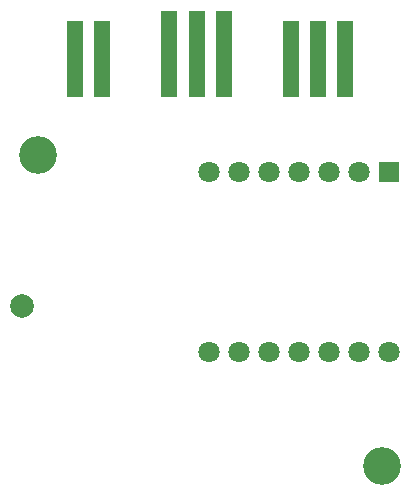
<source format=gbr>
%TF.GenerationSoftware,KiCad,Pcbnew,7.0.7*%
%TF.CreationDate,2023-08-27T21:45:09-04:00*%
%TF.ProjectId,PicoMemcard-qtpyrp2040,5069636f-4d65-46d6-9361-72642d717470,1.3.1*%
%TF.SameCoordinates,Original*%
%TF.FileFunction,Soldermask,Top*%
%TF.FilePolarity,Negative*%
%FSLAX46Y46*%
G04 Gerber Fmt 4.6, Leading zero omitted, Abs format (unit mm)*
G04 Created by KiCad (PCBNEW 7.0.7) date 2023-08-27 21:45:09*
%MOMM*%
%LPD*%
G01*
G04 APERTURE LIST*
%ADD10C,1.800000*%
%ADD11R,1.800000X1.800000*%
%ADD12C,3.200000*%
%ADD13C,2.000000*%
%ADD14R,1.400000X6.500000*%
%ADD15R,1.400000X7.300000*%
G04 APERTURE END LIST*
D10*
%TO.C,U2*%
X164129000Y-92399200D03*
X161589000Y-92399200D03*
X159049000Y-92399200D03*
X156509000Y-92399200D03*
X153969000Y-92399200D03*
X151429000Y-92399200D03*
X148889000Y-92399200D03*
X148889000Y-77159200D03*
X151429000Y-77159200D03*
X153969000Y-77159200D03*
X156509000Y-77159200D03*
X159049000Y-77159200D03*
X161589000Y-77159200D03*
D11*
X164129000Y-77159200D03*
%TD*%
D12*
%TO.C,H2*%
X163530000Y-102070000D03*
%TD*%
D13*
%TO.C,TP1*%
X133000000Y-88500000D03*
%TD*%
D12*
%TO.C,H1*%
X134370000Y-75730000D03*
%TD*%
D14*
%TO.C,J1*%
X137520000Y-67600000D03*
X139820000Y-67600000D03*
D15*
X145520000Y-67200000D03*
X147820000Y-67200000D03*
X150120000Y-67200000D03*
D14*
X155820000Y-67600000D03*
X158120000Y-67600000D03*
X160420000Y-67600000D03*
%TD*%
M02*

</source>
